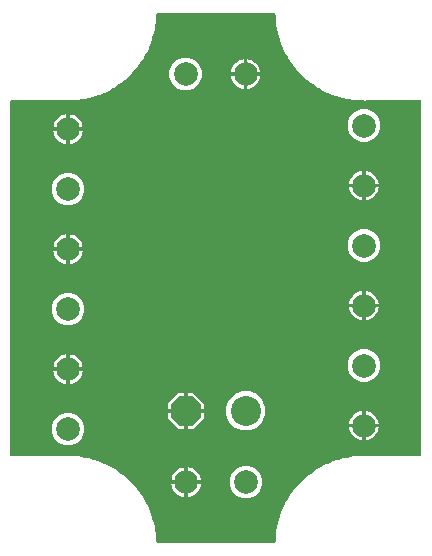
<source format=gbr>
G04 EAGLE Gerber X2 export*
%TF.Part,Single*%
%TF.FileFunction,Copper,L2,Bot,Mixed*%
%TF.FilePolarity,Positive*%
%TF.GenerationSoftware,Autodesk,EAGLE,9.1.0*%
%TF.CreationDate,2018-10-24T11:47:27Z*%
G75*
%MOMM*%
%FSLAX34Y34*%
%LPD*%
%AMOC8*
5,1,8,0,0,1.08239X$1,22.5*%
G01*
%ADD10C,2.000000*%
%ADD11C,2.540000*%
%ADD12P,2.749271X8X202.500000*%

G36*
X234686Y10926D02*
X234686Y10926D01*
X234705Y10924D01*
X234807Y10946D01*
X234909Y10962D01*
X234926Y10972D01*
X234946Y10976D01*
X235035Y11029D01*
X235126Y11078D01*
X235140Y11092D01*
X235157Y11102D01*
X235224Y11181D01*
X235296Y11256D01*
X235304Y11274D01*
X235317Y11289D01*
X235356Y11385D01*
X235399Y11479D01*
X235401Y11499D01*
X235409Y11517D01*
X235427Y11684D01*
X235427Y11925D01*
X235439Y11950D01*
X235470Y11993D01*
X235491Y12060D01*
X235521Y12124D01*
X235533Y12197D01*
X235543Y12229D01*
X235542Y12251D01*
X235549Y12289D01*
X235770Y16230D01*
X235766Y16266D01*
X235769Y16291D01*
X235767Y16301D01*
X235769Y16328D01*
X235752Y16400D01*
X235744Y16475D01*
X235723Y16519D01*
X235712Y16567D01*
X235651Y16677D01*
X235641Y16698D01*
X235636Y16704D01*
X235631Y16714D01*
X235615Y16736D01*
X235882Y18308D01*
X235882Y18337D01*
X235891Y18393D01*
X235981Y19985D01*
X236001Y20003D01*
X236032Y20041D01*
X236070Y20073D01*
X236109Y20137D01*
X236156Y20195D01*
X236173Y20241D01*
X236199Y20282D01*
X236233Y20403D01*
X236241Y20425D01*
X236242Y20433D01*
X236245Y20444D01*
X236934Y24502D01*
X236935Y24551D01*
X236944Y24599D01*
X236940Y24635D01*
X236943Y24665D01*
X236935Y24700D01*
X236936Y24748D01*
X236920Y24795D01*
X236915Y24843D01*
X236893Y24894D01*
X236891Y24905D01*
X236884Y24917D01*
X236866Y24959D01*
X236859Y24982D01*
X236854Y24988D01*
X236850Y24998D01*
X236837Y25022D01*
X237278Y26555D01*
X237282Y26583D01*
X237297Y26638D01*
X237564Y28210D01*
X237587Y28226D01*
X237621Y28260D01*
X237662Y28287D01*
X237708Y28346D01*
X237762Y28399D01*
X237784Y28442D01*
X237814Y28481D01*
X237862Y28597D01*
X237872Y28618D01*
X237873Y28625D01*
X237878Y28636D01*
X239017Y32592D01*
X239023Y32640D01*
X239038Y32687D01*
X239038Y32762D01*
X239046Y32836D01*
X239036Y32884D01*
X239036Y32933D01*
X239001Y33054D01*
X238996Y33077D01*
X238992Y33083D01*
X238989Y33094D01*
X238979Y33120D01*
X239589Y34593D01*
X239596Y34621D01*
X239617Y34673D01*
X240059Y36205D01*
X240083Y36219D01*
X240121Y36249D01*
X240165Y36271D01*
X240217Y36325D01*
X240276Y36371D01*
X240303Y36412D01*
X240337Y36447D01*
X240398Y36557D01*
X240411Y36577D01*
X240412Y36584D01*
X240418Y36594D01*
X241993Y40397D01*
X242004Y40445D01*
X242025Y40489D01*
X242032Y40564D01*
X242049Y40637D01*
X242045Y40685D01*
X242050Y40734D01*
X242029Y40858D01*
X242026Y40882D01*
X242023Y40888D01*
X242021Y40899D01*
X242014Y40926D01*
X242785Y42322D01*
X242795Y42349D01*
X242822Y42399D01*
X243432Y43872D01*
X243458Y43882D01*
X243499Y43908D01*
X243545Y43925D01*
X243603Y43972D01*
X243667Y44012D01*
X243698Y44049D01*
X243736Y44080D01*
X243809Y44183D01*
X243824Y44201D01*
X243826Y44208D01*
X243833Y44217D01*
X245824Y47821D01*
X245841Y47867D01*
X245866Y47909D01*
X245882Y47982D01*
X245907Y48052D01*
X245908Y48101D01*
X245918Y48149D01*
X245912Y48259D01*
X245912Y48263D01*
X245911Y48268D01*
X245911Y48275D01*
X245911Y48298D01*
X245909Y48305D01*
X245909Y48316D01*
X245904Y48344D01*
X246827Y49644D01*
X246839Y49670D01*
X246872Y49716D01*
X247643Y51112D01*
X247670Y51120D01*
X247714Y51141D01*
X247762Y51152D01*
X247825Y51193D01*
X247892Y51225D01*
X247927Y51259D01*
X247968Y51285D01*
X248052Y51379D01*
X248069Y51396D01*
X248073Y51402D01*
X248080Y51411D01*
X250462Y54768D01*
X250484Y54812D01*
X250514Y54851D01*
X250538Y54922D01*
X250570Y54989D01*
X250577Y55038D01*
X250593Y55084D01*
X250599Y55209D01*
X250602Y55233D01*
X250601Y55240D01*
X250602Y55251D01*
X250600Y55279D01*
X251663Y56468D01*
X251678Y56493D01*
X251716Y56535D01*
X252638Y57835D01*
X252666Y57840D01*
X252712Y57856D01*
X252760Y57862D01*
X252827Y57895D01*
X252898Y57920D01*
X252937Y57949D01*
X252981Y57971D01*
X253075Y58055D01*
X253093Y58069D01*
X253098Y58076D01*
X253106Y58083D01*
X255849Y61153D01*
X255875Y61194D01*
X255909Y61229D01*
X255941Y61297D01*
X255981Y61360D01*
X255993Y61408D01*
X256014Y61452D01*
X256035Y61576D01*
X256040Y61599D01*
X256040Y61606D01*
X256042Y61617D01*
X256043Y61645D01*
X257232Y62707D01*
X257250Y62730D01*
X257293Y62768D01*
X258355Y63957D01*
X258383Y63958D01*
X258430Y63969D01*
X258479Y63970D01*
X258550Y63995D01*
X258623Y64012D01*
X258665Y64037D01*
X258711Y64053D01*
X258813Y64126D01*
X258833Y64139D01*
X258838Y64144D01*
X258847Y64151D01*
X261917Y66894D01*
X261948Y66932D01*
X261985Y66964D01*
X262024Y67027D01*
X262072Y67086D01*
X262089Y67131D01*
X262114Y67173D01*
X262149Y67294D01*
X262157Y67316D01*
X262157Y67323D01*
X262160Y67334D01*
X262165Y67362D01*
X263465Y68284D01*
X263486Y68304D01*
X263532Y68337D01*
X264721Y69400D01*
X264749Y69398D01*
X264797Y69404D01*
X264846Y69399D01*
X264919Y69417D01*
X264993Y69424D01*
X265038Y69445D01*
X265085Y69456D01*
X265195Y69517D01*
X265217Y69527D01*
X265222Y69532D01*
X265232Y69538D01*
X268589Y71920D01*
X268624Y71954D01*
X268665Y71981D01*
X268711Y72040D01*
X268764Y72093D01*
X268786Y72136D01*
X268817Y72175D01*
X268864Y72291D01*
X268875Y72312D01*
X268876Y72320D01*
X268880Y72330D01*
X268888Y72357D01*
X270284Y73128D01*
X270307Y73146D01*
X270356Y73173D01*
X271656Y74096D01*
X271684Y74091D01*
X271732Y74091D01*
X271780Y74081D01*
X271855Y74090D01*
X271930Y74090D01*
X271976Y74105D01*
X272024Y74111D01*
X272141Y74160D01*
X272163Y74167D01*
X272169Y74171D01*
X272179Y74176D01*
X275783Y76167D01*
X275821Y76197D01*
X275865Y76220D01*
X275917Y76273D01*
X275976Y76319D01*
X276003Y76360D01*
X276037Y76395D01*
X276097Y76505D01*
X276111Y76525D01*
X276112Y76532D01*
X276118Y76542D01*
X276128Y76568D01*
X277601Y77178D01*
X277626Y77193D01*
X277678Y77215D01*
X279074Y77986D01*
X279101Y77979D01*
X279149Y77973D01*
X279196Y77958D01*
X279271Y77958D01*
X279345Y77950D01*
X279393Y77960D01*
X279442Y77960D01*
X279562Y77995D01*
X279586Y78000D01*
X279592Y78004D01*
X279603Y78007D01*
X283406Y79582D01*
X283448Y79608D01*
X283494Y79625D01*
X283552Y79672D01*
X283615Y79712D01*
X283646Y79750D01*
X283684Y79780D01*
X283757Y79883D01*
X283772Y79901D01*
X283775Y79908D01*
X283781Y79917D01*
X283795Y79941D01*
X285327Y80383D01*
X285353Y80395D01*
X285407Y80411D01*
X286880Y81021D01*
X286906Y81011D01*
X286954Y81000D01*
X286998Y80979D01*
X287015Y80978D01*
X287019Y80976D01*
X287084Y80969D01*
X287145Y80955D01*
X287182Y80958D01*
X287185Y80958D01*
X287208Y80958D01*
X287243Y80954D01*
X287367Y80975D01*
X287390Y80978D01*
X287397Y80981D01*
X287408Y80983D01*
X291364Y82122D01*
X291408Y82143D01*
X291456Y82155D01*
X291519Y82196D01*
X291586Y82228D01*
X291622Y82262D01*
X291663Y82288D01*
X291746Y82382D01*
X291763Y82398D01*
X291767Y82405D01*
X291774Y82413D01*
X291790Y82436D01*
X293362Y82703D01*
X293390Y82712D01*
X293445Y82722D01*
X294978Y83163D01*
X295002Y83150D01*
X295048Y83134D01*
X295090Y83108D01*
X295163Y83092D01*
X295234Y83067D01*
X295282Y83066D01*
X295330Y83056D01*
X295456Y83063D01*
X295480Y83063D01*
X295486Y83065D01*
X295498Y83066D01*
X299556Y83755D01*
X299603Y83771D01*
X299651Y83778D01*
X299718Y83811D01*
X299789Y83835D01*
X299828Y83865D01*
X299872Y83887D01*
X299965Y83970D01*
X299984Y83985D01*
X299988Y83991D01*
X299997Y83999D01*
X300015Y84019D01*
X301607Y84109D01*
X301635Y84115D01*
X301692Y84118D01*
X303264Y84385D01*
X303286Y84369D01*
X303330Y84348D01*
X303369Y84318D01*
X303440Y84294D01*
X303507Y84261D01*
X303556Y84255D01*
X303602Y84239D01*
X303728Y84232D01*
X303751Y84229D01*
X303758Y84231D01*
X303770Y84230D01*
X307711Y84451D01*
X307779Y84467D01*
X307849Y84472D01*
X307898Y84493D01*
X307951Y84505D01*
X308011Y84541D01*
X308075Y84568D01*
X308081Y84573D01*
X309850Y84573D01*
X309866Y84575D01*
X309893Y84574D01*
X311665Y84673D01*
X311691Y84663D01*
X311736Y84634D01*
X311804Y84617D01*
X311869Y84591D01*
X311944Y84583D01*
X311975Y84575D01*
X311997Y84577D01*
X312036Y84573D01*
X358316Y84573D01*
X358336Y84576D01*
X358355Y84574D01*
X358457Y84596D01*
X358559Y84612D01*
X358576Y84622D01*
X358596Y84626D01*
X358685Y84679D01*
X358776Y84728D01*
X358790Y84742D01*
X358807Y84752D01*
X358874Y84831D01*
X358946Y84906D01*
X358954Y84924D01*
X358967Y84939D01*
X359006Y85035D01*
X359049Y85129D01*
X359051Y85149D01*
X359059Y85167D01*
X359077Y85334D01*
X359077Y384666D01*
X359074Y384686D01*
X359076Y384705D01*
X359054Y384807D01*
X359038Y384909D01*
X359028Y384926D01*
X359024Y384946D01*
X358971Y385035D01*
X358922Y385126D01*
X358908Y385140D01*
X358898Y385157D01*
X358819Y385224D01*
X358744Y385296D01*
X358726Y385304D01*
X358711Y385317D01*
X358615Y385356D01*
X358521Y385399D01*
X358501Y385401D01*
X358483Y385409D01*
X358316Y385427D01*
X312036Y385427D01*
X311967Y385416D01*
X311897Y385414D01*
X311846Y385396D01*
X311793Y385388D01*
X311731Y385355D01*
X311665Y385331D01*
X311660Y385327D01*
X309893Y385426D01*
X309877Y385424D01*
X309850Y385427D01*
X308075Y385427D01*
X308050Y385439D01*
X308007Y385470D01*
X307940Y385491D01*
X307876Y385521D01*
X307803Y385533D01*
X307772Y385543D01*
X307749Y385542D01*
X307711Y385549D01*
X303770Y385770D01*
X303721Y385765D01*
X303672Y385769D01*
X303600Y385752D01*
X303525Y385744D01*
X303481Y385724D01*
X303433Y385712D01*
X303323Y385651D01*
X303302Y385641D01*
X303296Y385636D01*
X303286Y385631D01*
X303264Y385615D01*
X301692Y385882D01*
X301663Y385882D01*
X301607Y385891D01*
X300015Y385981D01*
X299997Y386001D01*
X299959Y386032D01*
X299927Y386070D01*
X299863Y386109D01*
X299805Y386156D01*
X299759Y386173D01*
X299718Y386199D01*
X299597Y386233D01*
X299575Y386241D01*
X299567Y386242D01*
X299556Y386245D01*
X295498Y386934D01*
X295449Y386935D01*
X295401Y386944D01*
X295327Y386935D01*
X295252Y386936D01*
X295205Y386920D01*
X295157Y386915D01*
X295041Y386866D01*
X295018Y386859D01*
X295012Y386854D01*
X295002Y386850D01*
X294978Y386837D01*
X293445Y387278D01*
X293417Y387281D01*
X293362Y387297D01*
X291790Y387564D01*
X291774Y387587D01*
X291740Y387621D01*
X291713Y387662D01*
X291654Y387709D01*
X291601Y387762D01*
X291558Y387784D01*
X291519Y387814D01*
X291403Y387862D01*
X291382Y387872D01*
X291375Y387873D01*
X291364Y387878D01*
X287408Y389017D01*
X287360Y389023D01*
X287313Y389038D01*
X287238Y389038D01*
X287164Y389046D01*
X287116Y389036D01*
X287067Y389036D01*
X286946Y389001D01*
X286923Y388996D01*
X286917Y388992D01*
X286906Y388989D01*
X286880Y388979D01*
X285407Y389589D01*
X285379Y389596D01*
X285327Y389617D01*
X283795Y390059D01*
X283781Y390083D01*
X283751Y390121D01*
X283729Y390165D01*
X283675Y390217D01*
X283629Y390276D01*
X283588Y390303D01*
X283553Y390337D01*
X283443Y390398D01*
X283423Y390411D01*
X283416Y390412D01*
X283406Y390418D01*
X279603Y391993D01*
X279555Y392004D01*
X279511Y392025D01*
X279436Y392032D01*
X279363Y392049D01*
X279315Y392045D01*
X279266Y392050D01*
X279142Y392029D01*
X279118Y392026D01*
X279112Y392023D01*
X279101Y392021D01*
X279074Y392014D01*
X277678Y392785D01*
X277651Y392795D01*
X277601Y392822D01*
X276128Y393432D01*
X276118Y393458D01*
X276092Y393499D01*
X276075Y393545D01*
X276028Y393603D01*
X275988Y393667D01*
X275951Y393698D01*
X275920Y393736D01*
X275817Y393809D01*
X275799Y393824D01*
X275792Y393826D01*
X275783Y393833D01*
X272179Y395824D01*
X272133Y395841D01*
X272091Y395866D01*
X272018Y395882D01*
X271948Y395907D01*
X271899Y395908D01*
X271851Y395918D01*
X271725Y395911D01*
X271702Y395911D01*
X271695Y395909D01*
X271684Y395909D01*
X271656Y395904D01*
X270356Y396827D01*
X270330Y396839D01*
X270284Y396872D01*
X268888Y397643D01*
X268880Y397670D01*
X268859Y397714D01*
X268848Y397762D01*
X268807Y397825D01*
X268775Y397892D01*
X268741Y397927D01*
X268715Y397968D01*
X268621Y398052D01*
X268604Y398069D01*
X268598Y398073D01*
X268589Y398080D01*
X265232Y400462D01*
X265188Y400484D01*
X265149Y400514D01*
X265078Y400538D01*
X265011Y400570D01*
X264962Y400577D01*
X264916Y400593D01*
X264791Y400599D01*
X264767Y400602D01*
X264760Y400601D01*
X264749Y400602D01*
X264721Y400600D01*
X263532Y401663D01*
X263507Y401678D01*
X263465Y401716D01*
X262165Y402638D01*
X262160Y402666D01*
X262144Y402712D01*
X262138Y402760D01*
X262105Y402827D01*
X262080Y402898D01*
X262051Y402937D01*
X262029Y402981D01*
X261945Y403075D01*
X261931Y403093D01*
X261924Y403098D01*
X261917Y403106D01*
X258847Y405849D01*
X258806Y405875D01*
X258771Y405909D01*
X258703Y405941D01*
X258640Y405981D01*
X258592Y405993D01*
X258548Y406014D01*
X258424Y406035D01*
X258401Y406040D01*
X258394Y406040D01*
X258383Y406042D01*
X258355Y406043D01*
X257293Y407232D01*
X257270Y407250D01*
X257232Y407293D01*
X256043Y408355D01*
X256042Y408383D01*
X256031Y408430D01*
X256030Y408479D01*
X256005Y408550D01*
X255988Y408623D01*
X255963Y408665D01*
X255947Y408711D01*
X255874Y408813D01*
X255861Y408833D01*
X255856Y408838D01*
X255849Y408847D01*
X253106Y411917D01*
X253068Y411948D01*
X253036Y411985D01*
X252973Y412024D01*
X252914Y412072D01*
X252869Y412089D01*
X252827Y412114D01*
X252706Y412149D01*
X252684Y412157D01*
X252677Y412157D01*
X252666Y412160D01*
X252638Y412165D01*
X251716Y413465D01*
X251696Y413486D01*
X251663Y413532D01*
X250600Y414721D01*
X250602Y414749D01*
X250596Y414797D01*
X250601Y414846D01*
X250583Y414919D01*
X250576Y414993D01*
X250555Y415038D01*
X250544Y415085D01*
X250483Y415195D01*
X250473Y415217D01*
X250468Y415222D01*
X250462Y415232D01*
X248080Y418589D01*
X248046Y418624D01*
X248019Y418665D01*
X247960Y418711D01*
X247907Y418764D01*
X247863Y418786D01*
X247825Y418817D01*
X247709Y418864D01*
X247687Y418875D01*
X247680Y418876D01*
X247670Y418880D01*
X247643Y418888D01*
X246872Y420284D01*
X246854Y420306D01*
X246827Y420356D01*
X245904Y421656D01*
X245909Y421684D01*
X245909Y421732D01*
X245919Y421780D01*
X245910Y421855D01*
X245910Y421930D01*
X245895Y421976D01*
X245889Y422025D01*
X245840Y422141D01*
X245833Y422163D01*
X245829Y422169D01*
X245824Y422179D01*
X243833Y425783D01*
X243803Y425821D01*
X243780Y425865D01*
X243727Y425917D01*
X243681Y425976D01*
X243640Y426003D01*
X243605Y426037D01*
X243495Y426097D01*
X243475Y426111D01*
X243468Y426112D01*
X243458Y426118D01*
X243432Y426128D01*
X242822Y427601D01*
X242807Y427626D01*
X242785Y427678D01*
X242014Y429074D01*
X242021Y429101D01*
X242027Y429149D01*
X242042Y429196D01*
X242042Y429271D01*
X242050Y429345D01*
X242040Y429393D01*
X242040Y429442D01*
X242005Y429562D01*
X242000Y429586D01*
X241996Y429592D01*
X241993Y429603D01*
X240418Y433406D01*
X240392Y433448D01*
X240375Y433494D01*
X240328Y433552D01*
X240288Y433615D01*
X240250Y433646D01*
X240220Y433684D01*
X240117Y433757D01*
X240099Y433772D01*
X240092Y433775D01*
X240083Y433781D01*
X240059Y433795D01*
X239617Y435327D01*
X239605Y435353D01*
X239589Y435407D01*
X238979Y436880D01*
X238989Y436906D01*
X239000Y436954D01*
X239021Y436998D01*
X239028Y437073D01*
X239045Y437145D01*
X239041Y437194D01*
X239046Y437243D01*
X239025Y437367D01*
X239022Y437390D01*
X239019Y437397D01*
X239017Y437408D01*
X237878Y441364D01*
X237857Y441408D01*
X237845Y441456D01*
X237805Y441519D01*
X237772Y441586D01*
X237738Y441622D01*
X237712Y441663D01*
X237618Y441746D01*
X237602Y441763D01*
X237595Y441767D01*
X237587Y441774D01*
X237564Y441790D01*
X237297Y443362D01*
X237288Y443390D01*
X237278Y443445D01*
X236837Y444978D01*
X236850Y445002D01*
X236866Y445048D01*
X236892Y445090D01*
X236908Y445163D01*
X236933Y445234D01*
X236934Y445283D01*
X236944Y445330D01*
X236937Y445455D01*
X236937Y445479D01*
X236935Y445487D01*
X236934Y445498D01*
X236245Y449556D01*
X236229Y449603D01*
X236222Y449651D01*
X236189Y449718D01*
X236165Y449789D01*
X236135Y449828D01*
X236113Y449872D01*
X236030Y449965D01*
X236015Y449984D01*
X236009Y449988D01*
X236001Y449997D01*
X235981Y450015D01*
X235891Y451607D01*
X235885Y451635D01*
X235882Y451692D01*
X235615Y453264D01*
X235631Y453286D01*
X235652Y453330D01*
X235682Y453369D01*
X235706Y453440D01*
X235739Y453507D01*
X235745Y453556D01*
X235761Y453602D01*
X235768Y453727D01*
X235771Y453751D01*
X235769Y453758D01*
X235770Y453770D01*
X235549Y457711D01*
X235533Y457779D01*
X235528Y457849D01*
X235507Y457898D01*
X235495Y457951D01*
X235459Y458011D01*
X235432Y458075D01*
X235427Y458081D01*
X235427Y458316D01*
X235424Y458336D01*
X235426Y458355D01*
X235404Y458457D01*
X235388Y458559D01*
X235378Y458576D01*
X235374Y458596D01*
X235321Y458685D01*
X235272Y458776D01*
X235258Y458790D01*
X235248Y458807D01*
X235169Y458874D01*
X235094Y458946D01*
X235076Y458954D01*
X235061Y458967D01*
X234965Y459006D01*
X234871Y459049D01*
X234851Y459051D01*
X234833Y459059D01*
X234666Y459077D01*
X135334Y459077D01*
X135314Y459074D01*
X135295Y459076D01*
X135193Y459054D01*
X135091Y459038D01*
X135074Y459028D01*
X135054Y459024D01*
X134965Y458971D01*
X134874Y458922D01*
X134860Y458908D01*
X134843Y458898D01*
X134776Y458819D01*
X134704Y458744D01*
X134696Y458726D01*
X134683Y458711D01*
X134644Y458615D01*
X134601Y458521D01*
X134599Y458501D01*
X134591Y458483D01*
X134573Y458316D01*
X134573Y458075D01*
X134561Y458050D01*
X134530Y458007D01*
X134509Y457940D01*
X134479Y457876D01*
X134467Y457803D01*
X134457Y457772D01*
X134458Y457749D01*
X134451Y457711D01*
X134230Y453770D01*
X134235Y453721D01*
X134231Y453672D01*
X134248Y453600D01*
X134256Y453525D01*
X134276Y453481D01*
X134288Y453433D01*
X134349Y453323D01*
X134359Y453302D01*
X134364Y453296D01*
X134369Y453286D01*
X134385Y453264D01*
X134118Y451692D01*
X134118Y451663D01*
X134109Y451607D01*
X134019Y450015D01*
X133999Y449997D01*
X133968Y449959D01*
X133930Y449927D01*
X133891Y449863D01*
X133844Y449805D01*
X133827Y449759D01*
X133801Y449718D01*
X133773Y449618D01*
X133768Y449608D01*
X133767Y449598D01*
X133767Y449597D01*
X133759Y449575D01*
X133758Y449567D01*
X133755Y449556D01*
X133066Y445498D01*
X133065Y445449D01*
X133056Y445401D01*
X133065Y445327D01*
X133064Y445252D01*
X133080Y445205D01*
X133085Y445157D01*
X133134Y445041D01*
X133141Y445018D01*
X133146Y445012D01*
X133150Y445002D01*
X133163Y444978D01*
X132722Y443445D01*
X132718Y443417D01*
X132703Y443362D01*
X132436Y441790D01*
X132413Y441774D01*
X132379Y441740D01*
X132338Y441713D01*
X132291Y441654D01*
X132238Y441601D01*
X132216Y441558D01*
X132186Y441519D01*
X132138Y441403D01*
X132128Y441382D01*
X132127Y441375D01*
X132122Y441364D01*
X130983Y437408D01*
X130977Y437360D01*
X130962Y437313D01*
X130962Y437238D01*
X130954Y437164D01*
X130964Y437116D01*
X130964Y437067D01*
X130999Y436946D01*
X131004Y436923D01*
X131008Y436917D01*
X131011Y436906D01*
X131021Y436880D01*
X130411Y435407D01*
X130404Y435379D01*
X130383Y435327D01*
X129941Y433795D01*
X129917Y433781D01*
X129879Y433751D01*
X129835Y433729D01*
X129783Y433675D01*
X129724Y433629D01*
X129697Y433588D01*
X129663Y433553D01*
X129602Y433443D01*
X129589Y433423D01*
X129588Y433416D01*
X129582Y433406D01*
X128007Y429603D01*
X127996Y429555D01*
X127975Y429511D01*
X127968Y429436D01*
X127951Y429363D01*
X127955Y429315D01*
X127950Y429266D01*
X127971Y429142D01*
X127974Y429118D01*
X127977Y429112D01*
X127979Y429101D01*
X127986Y429074D01*
X127215Y427678D01*
X127205Y427651D01*
X127178Y427601D01*
X126568Y426128D01*
X126542Y426118D01*
X126501Y426092D01*
X126455Y426075D01*
X126397Y426028D01*
X126333Y425988D01*
X126302Y425951D01*
X126264Y425920D01*
X126192Y425817D01*
X126176Y425799D01*
X126174Y425792D01*
X126167Y425783D01*
X124176Y422179D01*
X124159Y422133D01*
X124134Y422091D01*
X124118Y422018D01*
X124093Y421948D01*
X124092Y421899D01*
X124082Y421851D01*
X124089Y421725D01*
X124089Y421702D01*
X124091Y421695D01*
X124091Y421684D01*
X124096Y421656D01*
X123173Y420356D01*
X123161Y420330D01*
X123128Y420284D01*
X122357Y418888D01*
X122330Y418880D01*
X122286Y418859D01*
X122238Y418848D01*
X122175Y418807D01*
X122108Y418775D01*
X122073Y418741D01*
X122032Y418715D01*
X121948Y418621D01*
X121931Y418604D01*
X121927Y418598D01*
X121920Y418589D01*
X119538Y415232D01*
X119516Y415188D01*
X119486Y415149D01*
X119462Y415078D01*
X119430Y415011D01*
X119423Y414962D01*
X119407Y414916D01*
X119401Y414790D01*
X119398Y414767D01*
X119399Y414760D01*
X119398Y414749D01*
X119400Y414721D01*
X118337Y413532D01*
X118322Y413507D01*
X118284Y413465D01*
X117362Y412165D01*
X117334Y412160D01*
X117288Y412144D01*
X117240Y412138D01*
X117173Y412105D01*
X117102Y412080D01*
X117063Y412051D01*
X117019Y412029D01*
X116925Y411945D01*
X116907Y411931D01*
X116902Y411924D01*
X116894Y411917D01*
X114151Y408847D01*
X114125Y408806D01*
X114091Y408771D01*
X114059Y408703D01*
X114019Y408640D01*
X114007Y408592D01*
X113986Y408548D01*
X113965Y408424D01*
X113960Y408401D01*
X113960Y408394D01*
X113958Y408383D01*
X113957Y408355D01*
X112768Y407293D01*
X112750Y407270D01*
X112707Y407232D01*
X111645Y406043D01*
X111617Y406042D01*
X111570Y406031D01*
X111521Y406030D01*
X111450Y406005D01*
X111377Y405988D01*
X111335Y405963D01*
X111289Y405947D01*
X111187Y405874D01*
X111167Y405861D01*
X111162Y405856D01*
X111153Y405849D01*
X108083Y403106D01*
X108052Y403068D01*
X108015Y403036D01*
X107976Y402973D01*
X107928Y402914D01*
X107911Y402869D01*
X107886Y402827D01*
X107851Y402706D01*
X107843Y402684D01*
X107843Y402677D01*
X107840Y402666D01*
X107835Y402638D01*
X106535Y401716D01*
X106514Y401696D01*
X106468Y401663D01*
X105279Y400600D01*
X105251Y400602D01*
X105203Y400596D01*
X105154Y400601D01*
X105081Y400583D01*
X105007Y400576D01*
X104962Y400555D01*
X104915Y400544D01*
X104805Y400483D01*
X104783Y400473D01*
X104778Y400468D01*
X104768Y400462D01*
X101411Y398080D01*
X101376Y398046D01*
X101335Y398019D01*
X101289Y397960D01*
X101236Y397907D01*
X101214Y397864D01*
X101183Y397825D01*
X101136Y397709D01*
X101125Y397688D01*
X101124Y397680D01*
X101120Y397670D01*
X101112Y397643D01*
X99716Y396872D01*
X99693Y396854D01*
X99644Y396827D01*
X98344Y395904D01*
X98316Y395909D01*
X98267Y395909D01*
X98220Y395919D01*
X98145Y395910D01*
X98070Y395910D01*
X98024Y395895D01*
X97975Y395889D01*
X97859Y395841D01*
X97837Y395833D01*
X97831Y395829D01*
X97821Y395824D01*
X94217Y393833D01*
X94179Y393803D01*
X94135Y393780D01*
X94083Y393727D01*
X94024Y393681D01*
X93997Y393640D01*
X93963Y393605D01*
X93902Y393495D01*
X93889Y393475D01*
X93888Y393468D01*
X93882Y393458D01*
X93872Y393432D01*
X92399Y392822D01*
X92374Y392807D01*
X92322Y392785D01*
X90926Y392014D01*
X90899Y392021D01*
X90851Y392027D01*
X90804Y392042D01*
X90729Y392042D01*
X90655Y392050D01*
X90607Y392040D01*
X90558Y392040D01*
X90438Y392005D01*
X90414Y392000D01*
X90408Y391996D01*
X90397Y391993D01*
X86594Y390418D01*
X86552Y390392D01*
X86506Y390375D01*
X86448Y390328D01*
X86385Y390288D01*
X86354Y390250D01*
X86316Y390220D01*
X86243Y390117D01*
X86228Y390099D01*
X86225Y390092D01*
X86219Y390083D01*
X86205Y390059D01*
X84673Y389617D01*
X84647Y389605D01*
X84593Y389589D01*
X83120Y388979D01*
X83094Y388989D01*
X83046Y389000D01*
X83002Y389021D01*
X82927Y389028D01*
X82855Y389045D01*
X82806Y389041D01*
X82757Y389046D01*
X82633Y389025D01*
X82610Y389022D01*
X82603Y389019D01*
X82592Y389017D01*
X78636Y387878D01*
X78592Y387857D01*
X78544Y387845D01*
X78481Y387805D01*
X78414Y387772D01*
X78378Y387738D01*
X78337Y387712D01*
X78254Y387618D01*
X78237Y387602D01*
X78233Y387595D01*
X78226Y387587D01*
X78210Y387564D01*
X76638Y387297D01*
X76610Y387288D01*
X76555Y387278D01*
X75022Y386837D01*
X74998Y386850D01*
X74952Y386866D01*
X74910Y386892D01*
X74837Y386908D01*
X74766Y386933D01*
X74717Y386934D01*
X74670Y386944D01*
X74545Y386937D01*
X74521Y386937D01*
X74513Y386935D01*
X74502Y386934D01*
X70444Y386245D01*
X70397Y386229D01*
X70349Y386222D01*
X70282Y386189D01*
X70211Y386165D01*
X70172Y386135D01*
X70128Y386113D01*
X70035Y386030D01*
X70016Y386015D01*
X70012Y386009D01*
X70003Y386001D01*
X69985Y385981D01*
X68393Y385891D01*
X68365Y385885D01*
X68308Y385882D01*
X66736Y385615D01*
X66714Y385631D01*
X66670Y385652D01*
X66631Y385682D01*
X66560Y385706D01*
X66493Y385739D01*
X66444Y385745D01*
X66398Y385761D01*
X66272Y385768D01*
X66249Y385771D01*
X66242Y385769D01*
X66230Y385770D01*
X62289Y385549D01*
X62221Y385533D01*
X62151Y385528D01*
X62102Y385507D01*
X62049Y385495D01*
X61989Y385459D01*
X61925Y385432D01*
X61919Y385427D01*
X60150Y385427D01*
X60134Y385425D01*
X60107Y385426D01*
X58335Y385327D01*
X58309Y385337D01*
X58264Y385366D01*
X58196Y385383D01*
X58131Y385409D01*
X58056Y385417D01*
X58025Y385425D01*
X58003Y385423D01*
X57964Y385427D01*
X11684Y385427D01*
X11664Y385424D01*
X11645Y385426D01*
X11543Y385404D01*
X11441Y385388D01*
X11424Y385378D01*
X11404Y385374D01*
X11315Y385321D01*
X11224Y385272D01*
X11210Y385258D01*
X11193Y385248D01*
X11126Y385169D01*
X11054Y385094D01*
X11046Y385076D01*
X11033Y385061D01*
X10994Y384965D01*
X10951Y384871D01*
X10949Y384851D01*
X10941Y384833D01*
X10923Y384666D01*
X10923Y85334D01*
X10926Y85314D01*
X10924Y85295D01*
X10946Y85193D01*
X10962Y85091D01*
X10972Y85074D01*
X10976Y85054D01*
X11029Y84965D01*
X11078Y84874D01*
X11092Y84860D01*
X11102Y84843D01*
X11181Y84776D01*
X11256Y84704D01*
X11274Y84696D01*
X11289Y84683D01*
X11385Y84644D01*
X11479Y84601D01*
X11499Y84599D01*
X11517Y84591D01*
X11684Y84573D01*
X57964Y84573D01*
X58033Y84584D01*
X58103Y84586D01*
X58154Y84604D01*
X58207Y84612D01*
X58269Y84645D01*
X58335Y84669D01*
X58340Y84673D01*
X60107Y84574D01*
X60123Y84576D01*
X60150Y84573D01*
X61925Y84573D01*
X61950Y84561D01*
X61993Y84530D01*
X62060Y84509D01*
X62124Y84479D01*
X62197Y84467D01*
X62228Y84457D01*
X62251Y84458D01*
X62289Y84451D01*
X66230Y84230D01*
X66279Y84235D01*
X66328Y84231D01*
X66400Y84248D01*
X66475Y84256D01*
X66519Y84276D01*
X66567Y84288D01*
X66677Y84349D01*
X66698Y84359D01*
X66704Y84364D01*
X66714Y84369D01*
X66736Y84385D01*
X68308Y84118D01*
X68337Y84118D01*
X68393Y84109D01*
X69985Y84019D01*
X70003Y83999D01*
X70041Y83968D01*
X70073Y83930D01*
X70137Y83891D01*
X70195Y83844D01*
X70241Y83827D01*
X70282Y83801D01*
X70403Y83767D01*
X70425Y83759D01*
X70433Y83758D01*
X70444Y83755D01*
X74502Y83066D01*
X74551Y83065D01*
X74599Y83056D01*
X74673Y83065D01*
X74748Y83064D01*
X74795Y83080D01*
X74843Y83085D01*
X74959Y83134D01*
X74982Y83141D01*
X74988Y83146D01*
X74998Y83150D01*
X75022Y83163D01*
X76555Y82722D01*
X76583Y82718D01*
X76638Y82703D01*
X78210Y82436D01*
X78226Y82413D01*
X78260Y82379D01*
X78287Y82338D01*
X78346Y82292D01*
X78399Y82238D01*
X78442Y82216D01*
X78481Y82186D01*
X78597Y82138D01*
X78618Y82128D01*
X78625Y82127D01*
X78636Y82122D01*
X82592Y80983D01*
X82608Y80981D01*
X82619Y80976D01*
X82654Y80972D01*
X82687Y80962D01*
X82745Y80962D01*
X82786Y80958D01*
X82801Y80958D01*
X82836Y80954D01*
X82884Y80964D01*
X82933Y80964D01*
X83037Y80994D01*
X83057Y80997D01*
X83065Y81001D01*
X83077Y81004D01*
X83083Y81008D01*
X83094Y81011D01*
X83120Y81021D01*
X84593Y80411D01*
X84621Y80404D01*
X84673Y80383D01*
X86205Y79941D01*
X86219Y79917D01*
X86249Y79879D01*
X86271Y79835D01*
X86325Y79783D01*
X86371Y79724D01*
X86412Y79697D01*
X86447Y79663D01*
X86557Y79602D01*
X86577Y79589D01*
X86584Y79588D01*
X86594Y79582D01*
X90397Y78007D01*
X90445Y77996D01*
X90489Y77975D01*
X90564Y77968D01*
X90637Y77951D01*
X90685Y77955D01*
X90734Y77950D01*
X90858Y77971D01*
X90882Y77974D01*
X90888Y77977D01*
X90899Y77979D01*
X90926Y77986D01*
X92322Y77215D01*
X92349Y77205D01*
X92399Y77178D01*
X93872Y76568D01*
X93882Y76542D01*
X93908Y76501D01*
X93925Y76455D01*
X93972Y76397D01*
X94012Y76333D01*
X94049Y76302D01*
X94080Y76264D01*
X94183Y76192D01*
X94201Y76176D01*
X94208Y76174D01*
X94217Y76167D01*
X97821Y74176D01*
X97867Y74159D01*
X97909Y74134D01*
X97982Y74118D01*
X98052Y74093D01*
X98101Y74092D01*
X98149Y74082D01*
X98275Y74089D01*
X98298Y74089D01*
X98305Y74091D01*
X98316Y74091D01*
X98344Y74096D01*
X99644Y73173D01*
X99670Y73161D01*
X99716Y73128D01*
X101112Y72357D01*
X101120Y72330D01*
X101130Y72309D01*
X101131Y72304D01*
X101136Y72295D01*
X101141Y72286D01*
X101152Y72238D01*
X101193Y72175D01*
X101225Y72108D01*
X101259Y72073D01*
X101285Y72032D01*
X101379Y71948D01*
X101396Y71931D01*
X101402Y71927D01*
X101411Y71920D01*
X104768Y69538D01*
X104812Y69516D01*
X104851Y69486D01*
X104922Y69462D01*
X104989Y69430D01*
X105038Y69423D01*
X105084Y69407D01*
X105209Y69401D01*
X105233Y69398D01*
X105240Y69399D01*
X105251Y69398D01*
X105279Y69400D01*
X106468Y68337D01*
X106493Y68322D01*
X106535Y68284D01*
X107835Y67362D01*
X107840Y67334D01*
X107856Y67288D01*
X107862Y67240D01*
X107895Y67173D01*
X107920Y67102D01*
X107949Y67063D01*
X107971Y67019D01*
X108055Y66925D01*
X108069Y66907D01*
X108076Y66902D01*
X108083Y66894D01*
X111153Y64151D01*
X111194Y64125D01*
X111229Y64091D01*
X111297Y64059D01*
X111360Y64019D01*
X111408Y64007D01*
X111452Y63986D01*
X111576Y63965D01*
X111599Y63960D01*
X111606Y63960D01*
X111617Y63958D01*
X111645Y63957D01*
X112707Y62768D01*
X112730Y62750D01*
X112768Y62707D01*
X113957Y61645D01*
X113958Y61617D01*
X113969Y61570D01*
X113970Y61521D01*
X113995Y61450D01*
X114012Y61377D01*
X114037Y61335D01*
X114053Y61289D01*
X114126Y61187D01*
X114139Y61167D01*
X114144Y61162D01*
X114151Y61153D01*
X116894Y58083D01*
X116932Y58052D01*
X116964Y58015D01*
X117027Y57976D01*
X117086Y57928D01*
X117131Y57911D01*
X117173Y57886D01*
X117294Y57851D01*
X117316Y57843D01*
X117323Y57843D01*
X117334Y57840D01*
X117362Y57835D01*
X118284Y56535D01*
X118304Y56514D01*
X118337Y56468D01*
X119400Y55279D01*
X119398Y55251D01*
X119404Y55203D01*
X119399Y55154D01*
X119417Y55081D01*
X119424Y55007D01*
X119445Y54962D01*
X119456Y54915D01*
X119517Y54805D01*
X119527Y54783D01*
X119532Y54778D01*
X119538Y54768D01*
X121920Y51411D01*
X121954Y51376D01*
X121981Y51335D01*
X122040Y51289D01*
X122093Y51236D01*
X122136Y51214D01*
X122175Y51183D01*
X122291Y51136D01*
X122312Y51125D01*
X122320Y51124D01*
X122330Y51120D01*
X122357Y51112D01*
X123128Y49716D01*
X123146Y49693D01*
X123173Y49644D01*
X124096Y48344D01*
X124091Y48316D01*
X124091Y48268D01*
X124081Y48220D01*
X124090Y48145D01*
X124090Y48070D01*
X124105Y48024D01*
X124111Y47976D01*
X124159Y47860D01*
X124167Y47837D01*
X124171Y47831D01*
X124176Y47821D01*
X126167Y44217D01*
X126197Y44179D01*
X126220Y44135D01*
X126273Y44083D01*
X126319Y44024D01*
X126360Y43997D01*
X126395Y43963D01*
X126505Y43903D01*
X126525Y43889D01*
X126532Y43888D01*
X126542Y43882D01*
X126568Y43872D01*
X127178Y42399D01*
X127193Y42374D01*
X127215Y42322D01*
X127986Y40926D01*
X127979Y40899D01*
X127973Y40851D01*
X127958Y40804D01*
X127958Y40729D01*
X127950Y40655D01*
X127960Y40607D01*
X127960Y40558D01*
X127995Y40438D01*
X128000Y40414D01*
X128004Y40408D01*
X128007Y40397D01*
X129582Y36594D01*
X129608Y36552D01*
X129625Y36506D01*
X129672Y36448D01*
X129712Y36385D01*
X129750Y36354D01*
X129780Y36316D01*
X129883Y36243D01*
X129901Y36228D01*
X129908Y36225D01*
X129917Y36219D01*
X129941Y36205D01*
X130383Y34673D01*
X130395Y34647D01*
X130411Y34593D01*
X131021Y33120D01*
X131011Y33094D01*
X131000Y33046D01*
X130979Y33002D01*
X130972Y32927D01*
X130955Y32855D01*
X130959Y32806D01*
X130954Y32757D01*
X130975Y32633D01*
X130978Y32610D01*
X130981Y32603D01*
X130983Y32592D01*
X132122Y28636D01*
X132143Y28592D01*
X132155Y28544D01*
X132196Y28481D01*
X132228Y28414D01*
X132262Y28378D01*
X132288Y28337D01*
X132382Y28254D01*
X132398Y28237D01*
X132405Y28233D01*
X132413Y28226D01*
X132436Y28210D01*
X132703Y26638D01*
X132712Y26610D01*
X132722Y26555D01*
X133163Y25022D01*
X133150Y24998D01*
X133134Y24952D01*
X133108Y24910D01*
X133097Y24859D01*
X133084Y24830D01*
X133081Y24805D01*
X133067Y24766D01*
X133066Y24718D01*
X133056Y24670D01*
X133060Y24610D01*
X133057Y24586D01*
X133062Y24560D01*
X133063Y24544D01*
X133063Y24520D01*
X133065Y24514D01*
X133066Y24502D01*
X133755Y20444D01*
X133771Y20397D01*
X133778Y20349D01*
X133811Y20282D01*
X133835Y20211D01*
X133865Y20172D01*
X133887Y20128D01*
X133970Y20035D01*
X133985Y20016D01*
X133991Y20012D01*
X133999Y20003D01*
X134019Y19985D01*
X134109Y18393D01*
X134115Y18365D01*
X134118Y18308D01*
X134385Y16736D01*
X134369Y16714D01*
X134348Y16670D01*
X134318Y16631D01*
X134294Y16560D01*
X134261Y16493D01*
X134255Y16444D01*
X134239Y16398D01*
X134232Y16272D01*
X134229Y16249D01*
X134231Y16242D01*
X134230Y16230D01*
X134451Y12289D01*
X134467Y12221D01*
X134472Y12151D01*
X134493Y12102D01*
X134505Y12049D01*
X134541Y11989D01*
X134568Y11925D01*
X134573Y11919D01*
X134573Y11684D01*
X134576Y11664D01*
X134574Y11645D01*
X134596Y11543D01*
X134612Y11441D01*
X134622Y11424D01*
X134626Y11404D01*
X134679Y11315D01*
X134728Y11224D01*
X134742Y11210D01*
X134752Y11193D01*
X134831Y11126D01*
X134906Y11054D01*
X134924Y11046D01*
X134939Y11033D01*
X135035Y10994D01*
X135129Y10951D01*
X135149Y10949D01*
X135167Y10941D01*
X135334Y10923D01*
X234666Y10923D01*
X234686Y10926D01*
G37*
%LPC*%
G36*
X207116Y105989D02*
X207116Y105989D01*
X201047Y108503D01*
X196403Y113147D01*
X193889Y119216D01*
X193889Y125784D01*
X196403Y131853D01*
X201047Y136497D01*
X207116Y139011D01*
X213684Y139011D01*
X219753Y136497D01*
X224397Y131853D01*
X226911Y125784D01*
X226911Y119216D01*
X224397Y113147D01*
X219753Y108503D01*
X213684Y105989D01*
X207116Y105989D01*
G37*
%LPD*%
%LPC*%
G36*
X156642Y393939D02*
X156642Y393939D01*
X151566Y396042D01*
X147681Y399927D01*
X145578Y405003D01*
X145578Y410497D01*
X147681Y415573D01*
X151566Y419458D01*
X156642Y421561D01*
X162136Y421561D01*
X167212Y419458D01*
X171097Y415573D01*
X173200Y410497D01*
X173200Y405003D01*
X171097Y399927D01*
X167212Y396042D01*
X162136Y393939D01*
X156642Y393939D01*
G37*
%LPD*%
%LPC*%
G36*
X207864Y48439D02*
X207864Y48439D01*
X202788Y50542D01*
X198903Y54427D01*
X196800Y59503D01*
X196800Y64997D01*
X198903Y70073D01*
X202788Y73958D01*
X207864Y76061D01*
X213358Y76061D01*
X218434Y73958D01*
X222319Y70073D01*
X224422Y64997D01*
X224422Y59503D01*
X222319Y54427D01*
X218434Y50542D01*
X213358Y48439D01*
X207864Y48439D01*
G37*
%LPD*%
%LPC*%
G36*
X57003Y93378D02*
X57003Y93378D01*
X51927Y95481D01*
X48042Y99366D01*
X45939Y104442D01*
X45939Y109936D01*
X48042Y115012D01*
X51927Y118897D01*
X57003Y121000D01*
X62497Y121000D01*
X67573Y118897D01*
X71458Y115012D01*
X73561Y109936D01*
X73561Y104442D01*
X71458Y99366D01*
X67573Y95481D01*
X62497Y93378D01*
X57003Y93378D01*
G37*
%LPD*%
%LPC*%
G36*
X307503Y147100D02*
X307503Y147100D01*
X302427Y149203D01*
X298542Y153088D01*
X296439Y158164D01*
X296439Y163658D01*
X298542Y168734D01*
X302427Y172619D01*
X307503Y174722D01*
X312997Y174722D01*
X318073Y172619D01*
X321958Y168734D01*
X324061Y163658D01*
X324061Y158164D01*
X321958Y153088D01*
X318073Y149203D01*
X312997Y147100D01*
X307503Y147100D01*
G37*
%LPD*%
%LPC*%
G36*
X57003Y194978D02*
X57003Y194978D01*
X51927Y197081D01*
X48042Y200966D01*
X45939Y206042D01*
X45939Y211536D01*
X48042Y216612D01*
X51927Y220497D01*
X57003Y222600D01*
X62497Y222600D01*
X67573Y220497D01*
X71458Y216612D01*
X73561Y211536D01*
X73561Y206042D01*
X71458Y200966D01*
X67573Y197081D01*
X62497Y194978D01*
X57003Y194978D01*
G37*
%LPD*%
%LPC*%
G36*
X307503Y248700D02*
X307503Y248700D01*
X302427Y250803D01*
X298542Y254688D01*
X296439Y259764D01*
X296439Y265258D01*
X298542Y270334D01*
X302427Y274219D01*
X307503Y276322D01*
X312997Y276322D01*
X318073Y274219D01*
X321958Y270334D01*
X324061Y265258D01*
X324061Y259764D01*
X321958Y254688D01*
X318073Y250803D01*
X312997Y248700D01*
X307503Y248700D01*
G37*
%LPD*%
%LPC*%
G36*
X57003Y296578D02*
X57003Y296578D01*
X51927Y298681D01*
X48042Y302566D01*
X45939Y307642D01*
X45939Y313136D01*
X48042Y318212D01*
X51927Y322097D01*
X57003Y324200D01*
X62497Y324200D01*
X67573Y322097D01*
X71458Y318212D01*
X73561Y313136D01*
X73561Y307642D01*
X71458Y302566D01*
X67573Y298681D01*
X62497Y296578D01*
X57003Y296578D01*
G37*
%LPD*%
%LPC*%
G36*
X307503Y350300D02*
X307503Y350300D01*
X302427Y352403D01*
X298542Y356288D01*
X296439Y361364D01*
X296439Y366858D01*
X298542Y371934D01*
X302427Y375819D01*
X307503Y377922D01*
X312997Y377922D01*
X318073Y375819D01*
X321958Y371934D01*
X324061Y366858D01*
X324061Y361364D01*
X321958Y356288D01*
X318073Y352403D01*
X312997Y350300D01*
X307503Y350300D01*
G37*
%LPD*%
%LPC*%
G36*
X161123Y124023D02*
X161123Y124023D01*
X161123Y137741D01*
X165913Y137741D01*
X174841Y128813D01*
X174841Y124023D01*
X161123Y124023D01*
G37*
%LPD*%
%LPC*%
G36*
X144359Y124023D02*
X144359Y124023D01*
X144359Y128813D01*
X153287Y137741D01*
X158077Y137741D01*
X158077Y124023D01*
X144359Y124023D01*
G37*
%LPD*%
%LPC*%
G36*
X161123Y107259D02*
X161123Y107259D01*
X161123Y120977D01*
X174841Y120977D01*
X174841Y116187D01*
X165913Y107259D01*
X161123Y107259D01*
G37*
%LPD*%
%LPC*%
G36*
X153287Y107259D02*
X153287Y107259D01*
X144359Y116187D01*
X144359Y120977D01*
X158077Y120977D01*
X158077Y107259D01*
X153287Y107259D01*
G37*
%LPD*%
%LPC*%
G36*
X61273Y362712D02*
X61273Y362712D01*
X61273Y373645D01*
X62687Y373421D01*
X64564Y372811D01*
X66323Y371915D01*
X67920Y370755D01*
X69316Y369359D01*
X70476Y367762D01*
X71372Y366003D01*
X71982Y364126D01*
X72206Y362712D01*
X61273Y362712D01*
G37*
%LPD*%
%LPC*%
G36*
X211712Y409273D02*
X211712Y409273D01*
X211712Y420206D01*
X213126Y419982D01*
X215003Y419372D01*
X216762Y418476D01*
X218359Y417316D01*
X219755Y415920D01*
X220915Y414323D01*
X221811Y412564D01*
X222421Y410687D01*
X222645Y409273D01*
X211712Y409273D01*
G37*
%LPD*%
%LPC*%
G36*
X161334Y63773D02*
X161334Y63773D01*
X161334Y74706D01*
X162748Y74482D01*
X164625Y73872D01*
X166384Y72976D01*
X167981Y71816D01*
X169377Y70420D01*
X170537Y68823D01*
X171433Y67064D01*
X172043Y65187D01*
X172267Y63773D01*
X161334Y63773D01*
G37*
%LPD*%
%LPC*%
G36*
X311773Y314834D02*
X311773Y314834D01*
X311773Y325767D01*
X313187Y325543D01*
X315064Y324933D01*
X316823Y324037D01*
X318420Y322877D01*
X319816Y321481D01*
X320976Y319884D01*
X321872Y318125D01*
X322482Y316248D01*
X322706Y314834D01*
X311773Y314834D01*
G37*
%LPD*%
%LPC*%
G36*
X61273Y261112D02*
X61273Y261112D01*
X61273Y272045D01*
X62687Y271821D01*
X64564Y271211D01*
X66323Y270315D01*
X67920Y269155D01*
X69316Y267759D01*
X70476Y266162D01*
X71372Y264403D01*
X71982Y262526D01*
X72206Y261112D01*
X61273Y261112D01*
G37*
%LPD*%
%LPC*%
G36*
X61273Y159512D02*
X61273Y159512D01*
X61273Y170445D01*
X62687Y170221D01*
X64564Y169611D01*
X66323Y168715D01*
X67920Y167555D01*
X69316Y166159D01*
X70476Y164562D01*
X71372Y162803D01*
X71982Y160926D01*
X72206Y159512D01*
X61273Y159512D01*
G37*
%LPD*%
%LPC*%
G36*
X311773Y111634D02*
X311773Y111634D01*
X311773Y122567D01*
X313187Y122343D01*
X315064Y121733D01*
X316823Y120837D01*
X318420Y119677D01*
X319816Y118281D01*
X320976Y116684D01*
X321872Y114925D01*
X322482Y113048D01*
X322706Y111634D01*
X311773Y111634D01*
G37*
%LPD*%
%LPC*%
G36*
X311773Y213234D02*
X311773Y213234D01*
X311773Y224167D01*
X313187Y223943D01*
X315064Y223333D01*
X316823Y222437D01*
X318420Y221277D01*
X319816Y219881D01*
X320976Y218284D01*
X321872Y216525D01*
X322482Y214648D01*
X322706Y213234D01*
X311773Y213234D01*
G37*
%LPD*%
%LPC*%
G36*
X297794Y111634D02*
X297794Y111634D01*
X298018Y113048D01*
X298628Y114925D01*
X299524Y116684D01*
X300684Y118281D01*
X302080Y119677D01*
X303677Y120837D01*
X305436Y121733D01*
X307313Y122343D01*
X308727Y122567D01*
X308727Y111634D01*
X297794Y111634D01*
G37*
%LPD*%
%LPC*%
G36*
X61273Y156466D02*
X61273Y156466D01*
X72206Y156466D01*
X71982Y155052D01*
X71372Y153175D01*
X70476Y151416D01*
X69316Y149819D01*
X67920Y148423D01*
X66323Y147263D01*
X64564Y146367D01*
X62687Y145757D01*
X61273Y145533D01*
X61273Y156466D01*
G37*
%LPD*%
%LPC*%
G36*
X47294Y159512D02*
X47294Y159512D01*
X47518Y160926D01*
X48128Y162803D01*
X49024Y164562D01*
X50184Y166159D01*
X51580Y167555D01*
X53177Y168715D01*
X54936Y169611D01*
X56813Y170221D01*
X58227Y170445D01*
X58227Y159512D01*
X47294Y159512D01*
G37*
%LPD*%
%LPC*%
G36*
X211712Y406227D02*
X211712Y406227D01*
X222645Y406227D01*
X222421Y404813D01*
X221811Y402936D01*
X220915Y401177D01*
X219755Y399580D01*
X218359Y398184D01*
X216762Y397024D01*
X215003Y396128D01*
X213126Y395518D01*
X211712Y395294D01*
X211712Y406227D01*
G37*
%LPD*%
%LPC*%
G36*
X311773Y210188D02*
X311773Y210188D01*
X322706Y210188D01*
X322482Y208774D01*
X321872Y206897D01*
X320976Y205138D01*
X319816Y203541D01*
X318420Y202145D01*
X316823Y200985D01*
X315064Y200089D01*
X313187Y199479D01*
X311773Y199255D01*
X311773Y210188D01*
G37*
%LPD*%
%LPC*%
G36*
X47294Y362712D02*
X47294Y362712D01*
X47518Y364126D01*
X48128Y366003D01*
X49024Y367762D01*
X50184Y369359D01*
X51580Y370755D01*
X53177Y371915D01*
X54936Y372811D01*
X56813Y373421D01*
X58227Y373645D01*
X58227Y362712D01*
X47294Y362712D01*
G37*
%LPD*%
%LPC*%
G36*
X311773Y108588D02*
X311773Y108588D01*
X322706Y108588D01*
X322482Y107174D01*
X321872Y105297D01*
X320976Y103538D01*
X319816Y101941D01*
X318420Y100545D01*
X316823Y99385D01*
X315064Y98489D01*
X313187Y97879D01*
X311773Y97655D01*
X311773Y108588D01*
G37*
%LPD*%
%LPC*%
G36*
X297794Y213234D02*
X297794Y213234D01*
X298018Y214648D01*
X298628Y216525D01*
X299524Y218284D01*
X300684Y219881D01*
X302080Y221277D01*
X303677Y222437D01*
X305436Y223333D01*
X307313Y223943D01*
X308727Y224167D01*
X308727Y213234D01*
X297794Y213234D01*
G37*
%LPD*%
%LPC*%
G36*
X61273Y258066D02*
X61273Y258066D01*
X72206Y258066D01*
X71982Y256652D01*
X71372Y254775D01*
X70476Y253016D01*
X69316Y251419D01*
X67920Y250023D01*
X66323Y248863D01*
X64564Y247967D01*
X62687Y247357D01*
X61273Y247133D01*
X61273Y258066D01*
G37*
%LPD*%
%LPC*%
G36*
X197733Y409273D02*
X197733Y409273D01*
X197957Y410687D01*
X198567Y412564D01*
X199463Y414323D01*
X200623Y415920D01*
X202019Y417316D01*
X203616Y418476D01*
X205375Y419372D01*
X207252Y419982D01*
X208666Y420206D01*
X208666Y409273D01*
X197733Y409273D01*
G37*
%LPD*%
%LPC*%
G36*
X47294Y261112D02*
X47294Y261112D01*
X47518Y262526D01*
X48128Y264403D01*
X49024Y266162D01*
X50184Y267759D01*
X51580Y269155D01*
X53177Y270315D01*
X54936Y271211D01*
X56813Y271821D01*
X58227Y272045D01*
X58227Y261112D01*
X47294Y261112D01*
G37*
%LPD*%
%LPC*%
G36*
X311773Y311788D02*
X311773Y311788D01*
X322706Y311788D01*
X322482Y310374D01*
X321872Y308497D01*
X320976Y306738D01*
X319816Y305141D01*
X318420Y303745D01*
X316823Y302585D01*
X315064Y301689D01*
X313187Y301079D01*
X311773Y300855D01*
X311773Y311788D01*
G37*
%LPD*%
%LPC*%
G36*
X147355Y63773D02*
X147355Y63773D01*
X147579Y65187D01*
X148189Y67064D01*
X149085Y68823D01*
X150245Y70420D01*
X151641Y71816D01*
X153238Y72976D01*
X154997Y73872D01*
X156874Y74482D01*
X158288Y74706D01*
X158288Y63773D01*
X147355Y63773D01*
G37*
%LPD*%
%LPC*%
G36*
X297794Y314834D02*
X297794Y314834D01*
X298018Y316248D01*
X298628Y318125D01*
X299524Y319884D01*
X300684Y321481D01*
X302080Y322877D01*
X303677Y324037D01*
X305436Y324933D01*
X307313Y325543D01*
X308727Y325767D01*
X308727Y314834D01*
X297794Y314834D01*
G37*
%LPD*%
%LPC*%
G36*
X161334Y60727D02*
X161334Y60727D01*
X172267Y60727D01*
X172043Y59313D01*
X171433Y57436D01*
X170537Y55677D01*
X169377Y54080D01*
X167981Y52684D01*
X166384Y51524D01*
X164625Y50628D01*
X162748Y50018D01*
X161334Y49794D01*
X161334Y60727D01*
G37*
%LPD*%
%LPC*%
G36*
X61273Y359666D02*
X61273Y359666D01*
X72206Y359666D01*
X71982Y358252D01*
X71372Y356375D01*
X70476Y354616D01*
X69316Y353019D01*
X67920Y351623D01*
X66323Y350463D01*
X64564Y349567D01*
X62687Y348957D01*
X61273Y348733D01*
X61273Y359666D01*
G37*
%LPD*%
%LPC*%
G36*
X307313Y97879D02*
X307313Y97879D01*
X305436Y98489D01*
X303677Y99385D01*
X302080Y100545D01*
X300684Y101941D01*
X299524Y103538D01*
X298628Y105297D01*
X298018Y107174D01*
X297794Y108588D01*
X308727Y108588D01*
X308727Y97655D01*
X307313Y97879D01*
G37*
%LPD*%
%LPC*%
G36*
X156874Y50018D02*
X156874Y50018D01*
X154997Y50628D01*
X153238Y51524D01*
X151641Y52684D01*
X150245Y54080D01*
X149085Y55677D01*
X148189Y57436D01*
X147579Y59313D01*
X147355Y60727D01*
X158288Y60727D01*
X158288Y49794D01*
X156874Y50018D01*
G37*
%LPD*%
%LPC*%
G36*
X56813Y145757D02*
X56813Y145757D01*
X54936Y146367D01*
X53177Y147263D01*
X51580Y148423D01*
X50184Y149819D01*
X49024Y151416D01*
X48128Y153175D01*
X47518Y155052D01*
X47294Y156466D01*
X58227Y156466D01*
X58227Y145533D01*
X56813Y145757D01*
G37*
%LPD*%
%LPC*%
G36*
X307313Y199479D02*
X307313Y199479D01*
X305436Y200089D01*
X303677Y200985D01*
X302080Y202145D01*
X300684Y203541D01*
X299524Y205138D01*
X298628Y206897D01*
X298018Y208774D01*
X297794Y210188D01*
X308727Y210188D01*
X308727Y199255D01*
X307313Y199479D01*
G37*
%LPD*%
%LPC*%
G36*
X207252Y395518D02*
X207252Y395518D01*
X205375Y396128D01*
X203616Y397024D01*
X202019Y398184D01*
X200623Y399580D01*
X199463Y401177D01*
X198567Y402936D01*
X197957Y404813D01*
X197733Y406227D01*
X208666Y406227D01*
X208666Y395294D01*
X207252Y395518D01*
G37*
%LPD*%
%LPC*%
G36*
X56813Y247357D02*
X56813Y247357D01*
X54936Y247967D01*
X53177Y248863D01*
X51580Y250023D01*
X50184Y251419D01*
X49024Y253016D01*
X48128Y254775D01*
X47518Y256652D01*
X47294Y258066D01*
X58227Y258066D01*
X58227Y247133D01*
X56813Y247357D01*
G37*
%LPD*%
%LPC*%
G36*
X307313Y301079D02*
X307313Y301079D01*
X305436Y301689D01*
X303677Y302585D01*
X302080Y303745D01*
X300684Y305141D01*
X299524Y306738D01*
X298628Y308497D01*
X298018Y310374D01*
X297794Y311788D01*
X308727Y311788D01*
X308727Y300855D01*
X307313Y301079D01*
G37*
%LPD*%
%LPC*%
G36*
X56813Y348957D02*
X56813Y348957D01*
X54936Y349567D01*
X53177Y350463D01*
X51580Y351623D01*
X50184Y353019D01*
X49024Y354616D01*
X48128Y356375D01*
X47518Y358252D01*
X47294Y359666D01*
X58227Y359666D01*
X58227Y348733D01*
X56813Y348957D01*
G37*
%LPD*%
%LPC*%
G36*
X210188Y407749D02*
X210188Y407749D01*
X210188Y407751D01*
X210190Y407751D01*
X210190Y407749D01*
X210188Y407749D01*
G37*
%LPD*%
%LPC*%
G36*
X159599Y122499D02*
X159599Y122499D01*
X159599Y122501D01*
X159601Y122501D01*
X159601Y122499D01*
X159599Y122499D01*
G37*
%LPD*%
%LPC*%
G36*
X59749Y157988D02*
X59749Y157988D01*
X59749Y157990D01*
X59751Y157990D01*
X59751Y157988D01*
X59749Y157988D01*
G37*
%LPD*%
%LPC*%
G36*
X310249Y211710D02*
X310249Y211710D01*
X310249Y211712D01*
X310251Y211712D01*
X310251Y211710D01*
X310249Y211710D01*
G37*
%LPD*%
%LPC*%
G36*
X310249Y110110D02*
X310249Y110110D01*
X310249Y110112D01*
X310251Y110112D01*
X310251Y110110D01*
X310249Y110110D01*
G37*
%LPD*%
%LPC*%
G36*
X59749Y259588D02*
X59749Y259588D01*
X59749Y259590D01*
X59751Y259590D01*
X59751Y259588D01*
X59749Y259588D01*
G37*
%LPD*%
%LPC*%
G36*
X310249Y313310D02*
X310249Y313310D01*
X310249Y313312D01*
X310251Y313312D01*
X310251Y313310D01*
X310249Y313310D01*
G37*
%LPD*%
%LPC*%
G36*
X159810Y62249D02*
X159810Y62249D01*
X159810Y62251D01*
X159812Y62251D01*
X159812Y62249D01*
X159810Y62249D01*
G37*
%LPD*%
%LPC*%
G36*
X59749Y361188D02*
X59749Y361188D01*
X59749Y361190D01*
X59751Y361190D01*
X59751Y361188D01*
X59749Y361188D01*
G37*
%LPD*%
D10*
X59750Y310389D03*
X59750Y361189D03*
X59750Y208789D03*
X59750Y259589D03*
X59750Y107189D03*
X59750Y157989D03*
X210611Y62250D03*
X159811Y62250D03*
X310250Y160911D03*
X310250Y110111D03*
X310250Y262511D03*
X310250Y211711D03*
X310250Y364111D03*
X310250Y313311D03*
X159389Y407750D03*
X210189Y407750D03*
D11*
X210400Y122500D03*
D12*
X159600Y122500D03*
M02*

</source>
